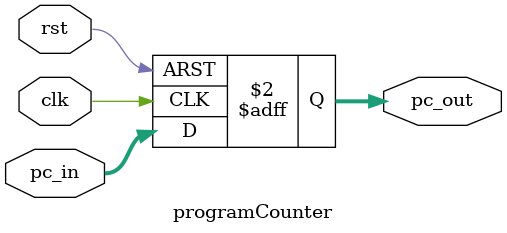
<source format=v>
`timescale 1ns/1ps
module programCounter(
    input clk, rst,
    input [31:0] pc_in,
    output reg [31:0] pc_out
);
    always @(posedge clk or posedge rst) begin
        if (rst)
            pc_out <= 0;
        else
            pc_out <= pc_in;
        //$display("PC updated to 0x%08h at time %t", rst ? 0 : pc_in, $time);
    end
endmodule

</source>
